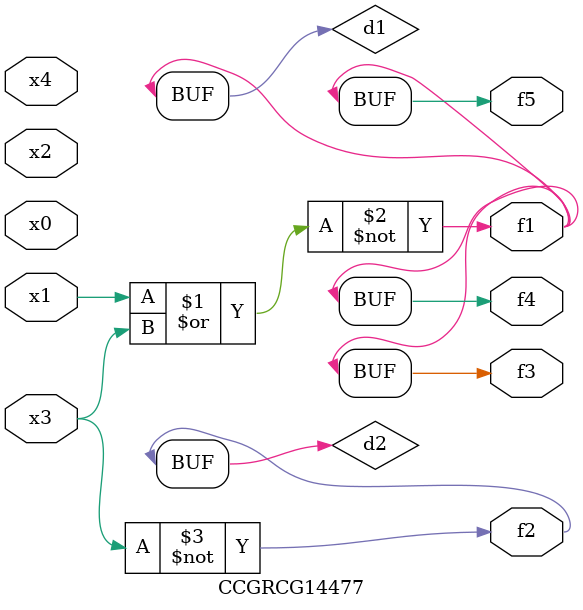
<source format=v>
module CCGRCG14477(
	input x0, x1, x2, x3, x4,
	output f1, f2, f3, f4, f5
);

	wire d1, d2;

	nor (d1, x1, x3);
	not (d2, x3);
	assign f1 = d1;
	assign f2 = d2;
	assign f3 = d1;
	assign f4 = d1;
	assign f5 = d1;
endmodule

</source>
